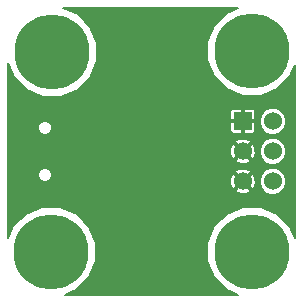
<source format=gbl>
G04 #@! TF.FileFunction,Copper,L2,Bot,Signal*
%FSLAX46Y46*%
G04 Gerber Fmt 4.6, Leading zero omitted, Abs format (unit mm)*
G04 Created by KiCad (PCBNEW (after 2015-mar-04 BZR unknown)-product) date 2/17/2016 8:31:02 AM*
%MOMM*%
G01*
G04 APERTURE LIST*
%ADD10C,0.150000*%
%ADD11C,6.350000*%
%ADD12R,1.524000X1.524000*%
%ADD13C,1.524000*%
%ADD14C,0.889000*%
%ADD15C,0.203200*%
G04 APERTURE END LIST*
D10*
D11*
X24100000Y-24100000D03*
X24000000Y-41000000D03*
X41000000Y-41000000D03*
X41000000Y-24000000D03*
D12*
X40230000Y-29960000D03*
D13*
X42770000Y-29960000D03*
X40230000Y-32500000D03*
X42770000Y-32500000D03*
X40230000Y-35040000D03*
X42770000Y-35040000D03*
D14*
X38000000Y-27000000D03*
X25000000Y-35000000D03*
X31000000Y-43000000D03*
X27600000Y-26700000D03*
X33100000Y-32100000D03*
D15*
G36*
X44620200Y-39851033D02*
X44210299Y-38858997D01*
X43887793Y-38535927D01*
X43887793Y-34818671D01*
X43887793Y-32278671D01*
X43887793Y-29738671D01*
X43718008Y-29327758D01*
X43403896Y-29013097D01*
X42993280Y-28842594D01*
X42548671Y-28842207D01*
X42137758Y-29011992D01*
X41823097Y-29326104D01*
X41652594Y-29736720D01*
X41652207Y-30181329D01*
X41821992Y-30592242D01*
X42136104Y-30906903D01*
X42546720Y-31077406D01*
X42991329Y-31077793D01*
X43402242Y-30908008D01*
X43716903Y-30593896D01*
X43887406Y-30183280D01*
X43887793Y-29738671D01*
X43887793Y-32278671D01*
X43718008Y-31867758D01*
X43403896Y-31553097D01*
X42993280Y-31382594D01*
X42548671Y-31382207D01*
X42137758Y-31551992D01*
X41823097Y-31866104D01*
X41652594Y-32276720D01*
X41652207Y-32721329D01*
X41821992Y-33132242D01*
X42136104Y-33446903D01*
X42546720Y-33617406D01*
X42991329Y-33617793D01*
X43402242Y-33448008D01*
X43716903Y-33133896D01*
X43887406Y-32723280D01*
X43887793Y-32278671D01*
X43887793Y-34818671D01*
X43718008Y-34407758D01*
X43403896Y-34093097D01*
X42993280Y-33922594D01*
X42548671Y-33922207D01*
X42137758Y-34091992D01*
X41823097Y-34406104D01*
X41652594Y-34816720D01*
X41652207Y-35261329D01*
X41821992Y-35672242D01*
X42136104Y-35986903D01*
X42546720Y-36157406D01*
X42991329Y-36157793D01*
X43402242Y-35988008D01*
X43716903Y-35673896D01*
X43887406Y-35263280D01*
X43887793Y-34818671D01*
X43887793Y-38535927D01*
X43146603Y-37793443D01*
X41756106Y-37216058D01*
X41304861Y-37215664D01*
X41304861Y-35206625D01*
X41304861Y-32666625D01*
X41296800Y-32477304D01*
X41296800Y-30782628D01*
X41296800Y-30125100D01*
X41296800Y-29794900D01*
X41296800Y-29137372D01*
X41250397Y-29025345D01*
X41164656Y-28939603D01*
X41052629Y-28893200D01*
X40931372Y-28893200D01*
X40395100Y-28893200D01*
X40318900Y-28969400D01*
X40318900Y-29871100D01*
X41220600Y-29871100D01*
X41296800Y-29794900D01*
X41296800Y-30125100D01*
X41220600Y-30048900D01*
X40318900Y-30048900D01*
X40318900Y-30950600D01*
X40395100Y-31026800D01*
X40931372Y-31026800D01*
X41052629Y-31026800D01*
X41164656Y-30980397D01*
X41250397Y-30894655D01*
X41296800Y-30782628D01*
X41296800Y-32477304D01*
X41286807Y-32242610D01*
X41159278Y-31934727D01*
X41005333Y-31850391D01*
X40879609Y-31976115D01*
X40879609Y-31724667D01*
X40795273Y-31570722D01*
X40396625Y-31425139D01*
X40141100Y-31436018D01*
X40141100Y-30950600D01*
X40141100Y-30048900D01*
X40141100Y-29871100D01*
X40141100Y-28969400D01*
X40064900Y-28893200D01*
X39528628Y-28893200D01*
X39407371Y-28893200D01*
X39295344Y-28939603D01*
X39209603Y-29025345D01*
X39163200Y-29137372D01*
X39163200Y-29794900D01*
X39239400Y-29871100D01*
X40141100Y-29871100D01*
X40141100Y-30048900D01*
X39239400Y-30048900D01*
X39163200Y-30125100D01*
X39163200Y-30782628D01*
X39209603Y-30894655D01*
X39295344Y-30980397D01*
X39407371Y-31026800D01*
X39528628Y-31026800D01*
X40064900Y-31026800D01*
X40141100Y-30950600D01*
X40141100Y-31436018D01*
X39972610Y-31443193D01*
X39664727Y-31570722D01*
X39580391Y-31724667D01*
X40230000Y-32374276D01*
X40879609Y-31724667D01*
X40879609Y-31976115D01*
X40355724Y-32500000D01*
X41005333Y-33149609D01*
X41159278Y-33065273D01*
X41304861Y-32666625D01*
X41304861Y-35206625D01*
X41286807Y-34782610D01*
X41159278Y-34474727D01*
X41005333Y-34390391D01*
X40879609Y-34516115D01*
X40879609Y-34264667D01*
X40879609Y-33275333D01*
X40230000Y-32625724D01*
X40104276Y-32751448D01*
X40104276Y-32500000D01*
X39454667Y-31850391D01*
X39300722Y-31934727D01*
X39155139Y-32333375D01*
X39173193Y-32757390D01*
X39300722Y-33065273D01*
X39454667Y-33149609D01*
X40104276Y-32500000D01*
X40104276Y-32751448D01*
X39580391Y-33275333D01*
X39664727Y-33429278D01*
X40063375Y-33574861D01*
X40487390Y-33556807D01*
X40795273Y-33429278D01*
X40879609Y-33275333D01*
X40879609Y-34264667D01*
X40795273Y-34110722D01*
X40396625Y-33965139D01*
X39972610Y-33983193D01*
X39664727Y-34110722D01*
X39580391Y-34264667D01*
X40230000Y-34914276D01*
X40879609Y-34264667D01*
X40879609Y-34516115D01*
X40355724Y-35040000D01*
X41005333Y-35689609D01*
X41159278Y-35605273D01*
X41304861Y-35206625D01*
X41304861Y-37215664D01*
X40879609Y-37215293D01*
X40879609Y-35815333D01*
X40230000Y-35165724D01*
X40104276Y-35291448D01*
X40104276Y-35040000D01*
X39454667Y-34390391D01*
X39300722Y-34474727D01*
X39155139Y-34873375D01*
X39173193Y-35297390D01*
X39300722Y-35605273D01*
X39454667Y-35689609D01*
X40104276Y-35040000D01*
X40104276Y-35291448D01*
X39580391Y-35815333D01*
X39664727Y-35969278D01*
X40063375Y-36114861D01*
X40487390Y-36096807D01*
X40795273Y-35969278D01*
X40879609Y-35815333D01*
X40879609Y-37215293D01*
X40250499Y-37214744D01*
X38858997Y-37789701D01*
X37793443Y-38853397D01*
X37216058Y-40243894D01*
X37214744Y-41749501D01*
X37789701Y-43141003D01*
X38853397Y-44206557D01*
X39849559Y-44620200D01*
X25148966Y-44620200D01*
X26141003Y-44210299D01*
X27206557Y-43146603D01*
X27783942Y-41756106D01*
X27785256Y-40250499D01*
X27210299Y-38858997D01*
X26146603Y-37793443D01*
X24756106Y-37216058D01*
X24054900Y-37215446D01*
X24054900Y-34385177D01*
X24054900Y-30385177D01*
X23966817Y-30171999D01*
X23803859Y-30008756D01*
X23590835Y-29920301D01*
X23360177Y-29920100D01*
X23146999Y-30008183D01*
X22983756Y-30171141D01*
X22895301Y-30384165D01*
X22895100Y-30614823D01*
X22983183Y-30828001D01*
X23146141Y-30991244D01*
X23359165Y-31079699D01*
X23589823Y-31079900D01*
X23803001Y-30991817D01*
X23966244Y-30828859D01*
X24054699Y-30615835D01*
X24054900Y-30385177D01*
X24054900Y-34385177D01*
X23966817Y-34171999D01*
X23803859Y-34008756D01*
X23590835Y-33920301D01*
X23360177Y-33920100D01*
X23146999Y-34008183D01*
X22983756Y-34171141D01*
X22895301Y-34384165D01*
X22895100Y-34614823D01*
X22983183Y-34828001D01*
X23146141Y-34991244D01*
X23359165Y-35079699D01*
X23589823Y-35079900D01*
X23803001Y-34991817D01*
X23966244Y-34828859D01*
X24054699Y-34615835D01*
X24054900Y-34385177D01*
X24054900Y-37215446D01*
X23250499Y-37214744D01*
X21858997Y-37789701D01*
X20793443Y-38853397D01*
X20379800Y-39849559D01*
X20379800Y-25006948D01*
X20889701Y-26241003D01*
X21953397Y-27306557D01*
X23343894Y-27883942D01*
X24849501Y-27885256D01*
X26241003Y-27310299D01*
X27306557Y-26246603D01*
X27883942Y-24856106D01*
X27885256Y-23350499D01*
X27310299Y-21958997D01*
X26246603Y-20893443D01*
X25009613Y-20379800D01*
X39851033Y-20379800D01*
X38858997Y-20789701D01*
X37793443Y-21853397D01*
X37216058Y-23243894D01*
X37214744Y-24749501D01*
X37789701Y-26141003D01*
X38853397Y-27206557D01*
X40243894Y-27783942D01*
X41749501Y-27785256D01*
X43141003Y-27210299D01*
X44206557Y-26146603D01*
X44620200Y-25150440D01*
X44620200Y-39851033D01*
X44620200Y-39851033D01*
G37*
X44620200Y-39851033D02*
X44210299Y-38858997D01*
X43887793Y-38535927D01*
X43887793Y-34818671D01*
X43887793Y-32278671D01*
X43887793Y-29738671D01*
X43718008Y-29327758D01*
X43403896Y-29013097D01*
X42993280Y-28842594D01*
X42548671Y-28842207D01*
X42137758Y-29011992D01*
X41823097Y-29326104D01*
X41652594Y-29736720D01*
X41652207Y-30181329D01*
X41821992Y-30592242D01*
X42136104Y-30906903D01*
X42546720Y-31077406D01*
X42991329Y-31077793D01*
X43402242Y-30908008D01*
X43716903Y-30593896D01*
X43887406Y-30183280D01*
X43887793Y-29738671D01*
X43887793Y-32278671D01*
X43718008Y-31867758D01*
X43403896Y-31553097D01*
X42993280Y-31382594D01*
X42548671Y-31382207D01*
X42137758Y-31551992D01*
X41823097Y-31866104D01*
X41652594Y-32276720D01*
X41652207Y-32721329D01*
X41821992Y-33132242D01*
X42136104Y-33446903D01*
X42546720Y-33617406D01*
X42991329Y-33617793D01*
X43402242Y-33448008D01*
X43716903Y-33133896D01*
X43887406Y-32723280D01*
X43887793Y-32278671D01*
X43887793Y-34818671D01*
X43718008Y-34407758D01*
X43403896Y-34093097D01*
X42993280Y-33922594D01*
X42548671Y-33922207D01*
X42137758Y-34091992D01*
X41823097Y-34406104D01*
X41652594Y-34816720D01*
X41652207Y-35261329D01*
X41821992Y-35672242D01*
X42136104Y-35986903D01*
X42546720Y-36157406D01*
X42991329Y-36157793D01*
X43402242Y-35988008D01*
X43716903Y-35673896D01*
X43887406Y-35263280D01*
X43887793Y-34818671D01*
X43887793Y-38535927D01*
X43146603Y-37793443D01*
X41756106Y-37216058D01*
X41304861Y-37215664D01*
X41304861Y-35206625D01*
X41304861Y-32666625D01*
X41296800Y-32477304D01*
X41296800Y-30782628D01*
X41296800Y-30125100D01*
X41296800Y-29794900D01*
X41296800Y-29137372D01*
X41250397Y-29025345D01*
X41164656Y-28939603D01*
X41052629Y-28893200D01*
X40931372Y-28893200D01*
X40395100Y-28893200D01*
X40318900Y-28969400D01*
X40318900Y-29871100D01*
X41220600Y-29871100D01*
X41296800Y-29794900D01*
X41296800Y-30125100D01*
X41220600Y-30048900D01*
X40318900Y-30048900D01*
X40318900Y-30950600D01*
X40395100Y-31026800D01*
X40931372Y-31026800D01*
X41052629Y-31026800D01*
X41164656Y-30980397D01*
X41250397Y-30894655D01*
X41296800Y-30782628D01*
X41296800Y-32477304D01*
X41286807Y-32242610D01*
X41159278Y-31934727D01*
X41005333Y-31850391D01*
X40879609Y-31976115D01*
X40879609Y-31724667D01*
X40795273Y-31570722D01*
X40396625Y-31425139D01*
X40141100Y-31436018D01*
X40141100Y-30950600D01*
X40141100Y-30048900D01*
X40141100Y-29871100D01*
X40141100Y-28969400D01*
X40064900Y-28893200D01*
X39528628Y-28893200D01*
X39407371Y-28893200D01*
X39295344Y-28939603D01*
X39209603Y-29025345D01*
X39163200Y-29137372D01*
X39163200Y-29794900D01*
X39239400Y-29871100D01*
X40141100Y-29871100D01*
X40141100Y-30048900D01*
X39239400Y-30048900D01*
X39163200Y-30125100D01*
X39163200Y-30782628D01*
X39209603Y-30894655D01*
X39295344Y-30980397D01*
X39407371Y-31026800D01*
X39528628Y-31026800D01*
X40064900Y-31026800D01*
X40141100Y-30950600D01*
X40141100Y-31436018D01*
X39972610Y-31443193D01*
X39664727Y-31570722D01*
X39580391Y-31724667D01*
X40230000Y-32374276D01*
X40879609Y-31724667D01*
X40879609Y-31976115D01*
X40355724Y-32500000D01*
X41005333Y-33149609D01*
X41159278Y-33065273D01*
X41304861Y-32666625D01*
X41304861Y-35206625D01*
X41286807Y-34782610D01*
X41159278Y-34474727D01*
X41005333Y-34390391D01*
X40879609Y-34516115D01*
X40879609Y-34264667D01*
X40879609Y-33275333D01*
X40230000Y-32625724D01*
X40104276Y-32751448D01*
X40104276Y-32500000D01*
X39454667Y-31850391D01*
X39300722Y-31934727D01*
X39155139Y-32333375D01*
X39173193Y-32757390D01*
X39300722Y-33065273D01*
X39454667Y-33149609D01*
X40104276Y-32500000D01*
X40104276Y-32751448D01*
X39580391Y-33275333D01*
X39664727Y-33429278D01*
X40063375Y-33574861D01*
X40487390Y-33556807D01*
X40795273Y-33429278D01*
X40879609Y-33275333D01*
X40879609Y-34264667D01*
X40795273Y-34110722D01*
X40396625Y-33965139D01*
X39972610Y-33983193D01*
X39664727Y-34110722D01*
X39580391Y-34264667D01*
X40230000Y-34914276D01*
X40879609Y-34264667D01*
X40879609Y-34516115D01*
X40355724Y-35040000D01*
X41005333Y-35689609D01*
X41159278Y-35605273D01*
X41304861Y-35206625D01*
X41304861Y-37215664D01*
X40879609Y-37215293D01*
X40879609Y-35815333D01*
X40230000Y-35165724D01*
X40104276Y-35291448D01*
X40104276Y-35040000D01*
X39454667Y-34390391D01*
X39300722Y-34474727D01*
X39155139Y-34873375D01*
X39173193Y-35297390D01*
X39300722Y-35605273D01*
X39454667Y-35689609D01*
X40104276Y-35040000D01*
X40104276Y-35291448D01*
X39580391Y-35815333D01*
X39664727Y-35969278D01*
X40063375Y-36114861D01*
X40487390Y-36096807D01*
X40795273Y-35969278D01*
X40879609Y-35815333D01*
X40879609Y-37215293D01*
X40250499Y-37214744D01*
X38858997Y-37789701D01*
X37793443Y-38853397D01*
X37216058Y-40243894D01*
X37214744Y-41749501D01*
X37789701Y-43141003D01*
X38853397Y-44206557D01*
X39849559Y-44620200D01*
X25148966Y-44620200D01*
X26141003Y-44210299D01*
X27206557Y-43146603D01*
X27783942Y-41756106D01*
X27785256Y-40250499D01*
X27210299Y-38858997D01*
X26146603Y-37793443D01*
X24756106Y-37216058D01*
X24054900Y-37215446D01*
X24054900Y-34385177D01*
X24054900Y-30385177D01*
X23966817Y-30171999D01*
X23803859Y-30008756D01*
X23590835Y-29920301D01*
X23360177Y-29920100D01*
X23146999Y-30008183D01*
X22983756Y-30171141D01*
X22895301Y-30384165D01*
X22895100Y-30614823D01*
X22983183Y-30828001D01*
X23146141Y-30991244D01*
X23359165Y-31079699D01*
X23589823Y-31079900D01*
X23803001Y-30991817D01*
X23966244Y-30828859D01*
X24054699Y-30615835D01*
X24054900Y-30385177D01*
X24054900Y-34385177D01*
X23966817Y-34171999D01*
X23803859Y-34008756D01*
X23590835Y-33920301D01*
X23360177Y-33920100D01*
X23146999Y-34008183D01*
X22983756Y-34171141D01*
X22895301Y-34384165D01*
X22895100Y-34614823D01*
X22983183Y-34828001D01*
X23146141Y-34991244D01*
X23359165Y-35079699D01*
X23589823Y-35079900D01*
X23803001Y-34991817D01*
X23966244Y-34828859D01*
X24054699Y-34615835D01*
X24054900Y-34385177D01*
X24054900Y-37215446D01*
X23250499Y-37214744D01*
X21858997Y-37789701D01*
X20793443Y-38853397D01*
X20379800Y-39849559D01*
X20379800Y-25006948D01*
X20889701Y-26241003D01*
X21953397Y-27306557D01*
X23343894Y-27883942D01*
X24849501Y-27885256D01*
X26241003Y-27310299D01*
X27306557Y-26246603D01*
X27883942Y-24856106D01*
X27885256Y-23350499D01*
X27310299Y-21958997D01*
X26246603Y-20893443D01*
X25009613Y-20379800D01*
X39851033Y-20379800D01*
X38858997Y-20789701D01*
X37793443Y-21853397D01*
X37216058Y-23243894D01*
X37214744Y-24749501D01*
X37789701Y-26141003D01*
X38853397Y-27206557D01*
X40243894Y-27783942D01*
X41749501Y-27785256D01*
X43141003Y-27210299D01*
X44206557Y-26146603D01*
X44620200Y-25150440D01*
X44620200Y-39851033D01*
M02*

</source>
